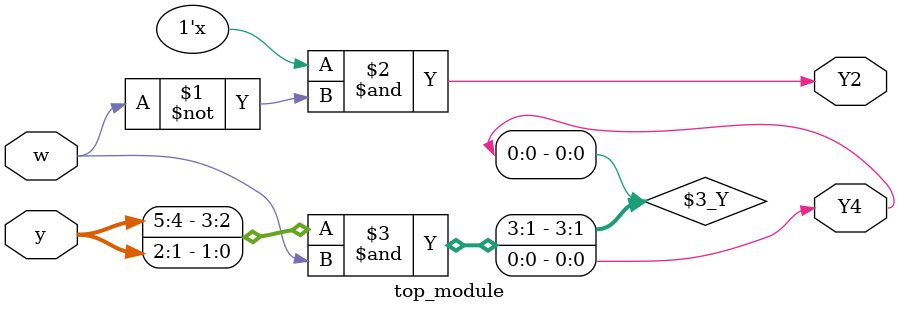
<source format=sv>
module top_module (
	input [6:1] y,
	input w,
	output Y2,
	output Y4
);

	assign Y2 = y[0] & ~w;
	assign Y4 = {y[5], y[4], y[2], y[1]} & w;

endmodule

</source>
